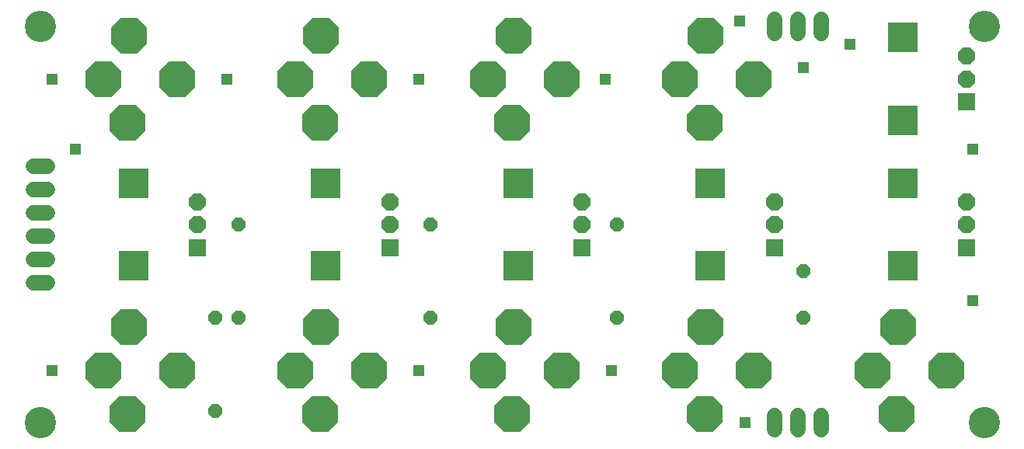
<source format=gbr>
G04 EAGLE Gerber RS-274X export*
G75*
%MOMM*%
%FSLAX34Y34*%
%LPD*%
%INSoldermask Bottom*%
%IPPOS*%
%AMOC8*
5,1,8,0,0,1.08239X$1,22.5*%
G01*
%ADD10C,3.416300*%
%ADD11R,1.879600X1.879600*%
%ADD12P,2.034460X8X22.500000*%
%ADD13R,3.319200X3.319200*%
%ADD14P,4.278904X8X22.500000*%
%ADD15P,4.278904X8X292.500000*%
%ADD16P,1.649562X8X112.500000*%
%ADD17C,1.727200*%
%ADD18P,1.649562X8X292.500000*%
%ADD19R,1.209600X1.209600*%


D10*
X25400Y457200D03*
X25400Y25400D03*
X1054100Y25400D03*
X1054100Y457200D03*
D11*
X616100Y216300D03*
D12*
X616100Y241300D03*
X616100Y266300D03*
D13*
X546100Y286300D03*
X546100Y196300D03*
D11*
X406550Y216300D03*
D12*
X406550Y241300D03*
X406550Y266300D03*
D13*
X336550Y286300D03*
X336550Y196300D03*
D11*
X825650Y216300D03*
D12*
X825650Y241300D03*
X825650Y266300D03*
D13*
X755650Y286300D03*
X755650Y196300D03*
D11*
X197000Y216300D03*
D12*
X197000Y241300D03*
X197000Y266300D03*
D13*
X127000Y286300D03*
X127000Y196300D03*
D14*
X541100Y129740D03*
X540100Y35090D03*
D15*
X513100Y82550D03*
X593560Y82550D03*
D14*
X122000Y447240D03*
X121000Y352590D03*
D15*
X94000Y400050D03*
X174460Y400050D03*
D14*
X750650Y129740D03*
X749650Y35090D03*
D15*
X722650Y82550D03*
X803110Y82550D03*
D14*
X331550Y447240D03*
X330550Y352590D03*
D15*
X303550Y400050D03*
X384010Y400050D03*
D14*
X541100Y447240D03*
X540100Y352590D03*
D15*
X513100Y400050D03*
X593560Y400050D03*
D14*
X750650Y447240D03*
X749650Y352590D03*
D15*
X722650Y400050D03*
X803110Y400050D03*
D14*
X122000Y129740D03*
X121000Y35090D03*
D15*
X94000Y82550D03*
X174460Y82550D03*
D14*
X331550Y129740D03*
X330550Y35090D03*
D15*
X303550Y82550D03*
X384010Y82550D03*
D16*
X857250Y139700D03*
X857250Y190500D03*
D11*
X1035200Y375050D03*
D12*
X1035200Y400050D03*
X1035200Y425050D03*
D13*
X965200Y445050D03*
X965200Y355050D03*
D11*
X1035200Y216300D03*
D12*
X1035200Y241300D03*
X1035200Y266300D03*
D13*
X965200Y286300D03*
X965200Y196300D03*
D14*
X960200Y129740D03*
X959200Y35090D03*
D15*
X932200Y82550D03*
X1012660Y82550D03*
D17*
X33020Y304800D02*
X17780Y304800D01*
X17780Y279400D02*
X33020Y279400D01*
X33020Y254000D02*
X17780Y254000D01*
X17780Y228600D02*
X33020Y228600D01*
X33020Y203200D02*
X17780Y203200D01*
X17780Y177800D02*
X33020Y177800D01*
X876300Y449580D02*
X876300Y464820D01*
X850900Y464820D02*
X850900Y449580D01*
X825500Y449580D02*
X825500Y464820D01*
D18*
X450850Y241300D03*
X450850Y139700D03*
X241300Y241300D03*
X241300Y139700D03*
D16*
X215900Y38100D03*
X215900Y139700D03*
D18*
X654050Y241300D03*
X654050Y139700D03*
D17*
X825500Y33020D02*
X825500Y17780D01*
X850900Y17780D02*
X850900Y33020D01*
X876300Y33020D02*
X876300Y17780D01*
D19*
X38100Y82550D03*
X787400Y463550D03*
X793750Y25400D03*
X908050Y438150D03*
X641350Y400050D03*
X647700Y82550D03*
X438150Y82550D03*
X438150Y400050D03*
X228600Y400050D03*
X857250Y412750D03*
X38100Y400050D03*
X1041400Y323850D03*
X1041400Y158750D03*
X63500Y323850D03*
M02*

</source>
